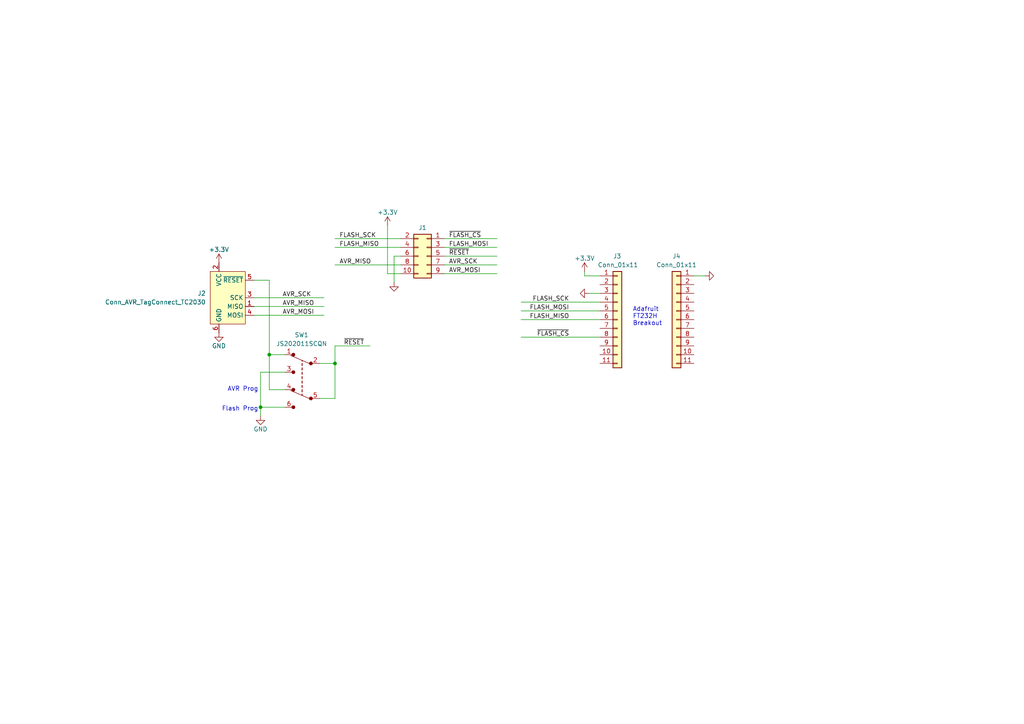
<source format=kicad_sch>
(kicad_sch (version 20211123) (generator eeschema)
  (paper "A4")
  (lib_symbols
    (symbol "Connector_Generic:Conn_01x11" (pin_names (offset 1.016) hide)
      (property "Reference" "J" (at 0 15.24 0))
      (property "Value" "Conn_01x11" (at 0 -15.24 0))
      (symbol "Conn_01x11_1_1"
        (rectangle (start -1.27 -12.573) (end 0 -12.827) (stroke (width 0.1524)))
        (rectangle (start -1.27 -10.033) (end 0 -10.287) (stroke (width 0.1524)))
        (rectangle (start -1.27 -7.493) (end 0 -7.747) (stroke (width 0.1524)))
        (rectangle (start -1.27 -4.953) (end 0 -5.207) (stroke (width 0.1524)))
        (rectangle (start -1.27 -2.413) (end 0 -2.667) (stroke (width 0.1524)))
        (rectangle (start -1.27 0.127) (end 0 -0.127) (stroke (width 0.1524)))
        (rectangle (start -1.27 2.667) (end 0 2.413) (stroke (width 0.1524)))
        (rectangle (start -1.27 5.207) (end 0 4.953) (stroke (width 0.1524)))
        (rectangle (start -1.27 7.747) (end 0 7.493) (stroke (width 0.1524)))
        (rectangle (start -1.27 10.287) (end 0 10.033) (stroke (width 0.1524)))
        (rectangle (start -1.27 12.827) (end 0 12.573) (stroke (width 0.1524)))
        (rectangle (start -1.27 13.97) (end 1.27 -13.97) (stroke (width 0.254)) (fill (type background)))
        (pin passive line (at -5.08 12.7 0) (length 3.81) (name "Pin_1") (number "1"))
        (pin passive line (at -5.08 -10.16 0) (length 3.81) (name "Pin_10") (number "10"))
        (pin passive line (at -5.08 -12.7 0) (length 3.81) (name "Pin_11") (number "11"))
        (pin passive line (at -5.08 10.16 0) (length 3.81) (name "Pin_2") (number "2"))
        (pin passive line (at -5.08 7.62 0) (length 3.81) (name "Pin_3") (number "3"))
        (pin passive line (at -5.08 5.08 0) (length 3.81) (name "Pin_4") (number "4"))
        (pin passive line (at -5.08 2.54 0) (length 3.81) (name "Pin_5") (number "5"))
        (pin passive line (at -5.08 0 0) (length 3.81) (name "Pin_6") (number "6"))
        (pin passive line (at -5.08 -2.54 0) (length 3.81) (name "Pin_7") (number "7"))
        (pin passive line (at -5.08 -5.08 0) (length 3.81) (name "Pin_8") (number "8"))
        (pin passive line (at -5.08 -7.62 0) (length 3.81) (name "Pin_9") (number "9"))
      )
    )
    (symbol "Connector_Generic:Conn_02x05_Odd_Even" (pin_names (offset 1.016) hide)
      (property "Reference" "J" (at 1.27 7.62 0))
      (property "Value" "Conn_02x05_Odd_Even" (at 1.27 -7.62 0))
      (symbol "Conn_02x05_Odd_Even_1_1"
        (rectangle (start -1.27 -4.953) (end 0 -5.207) (stroke (width 0.1524)))
        (rectangle (start -1.27 -2.413) (end 0 -2.667) (stroke (width 0.1524)))
        (rectangle (start -1.27 0.127) (end 0 -0.127) (stroke (width 0.1524)))
        (rectangle (start -1.27 2.667) (end 0 2.413) (stroke (width 0.1524)))
        (rectangle (start -1.27 5.207) (end 0 4.953) (stroke (width 0.1524)))
        (rectangle (start -1.27 6.35) (end 3.81 -6.35) (stroke (width 0.254)) (fill (type background)))
        (rectangle (start 3.81 -4.953) (end 2.54 -5.207) (stroke (width 0.1524)))
        (rectangle (start 3.81 -2.413) (end 2.54 -2.667) (stroke (width 0.1524)))
        (rectangle (start 3.81 0.127) (end 2.54 -0.127) (stroke (width 0.1524)))
        (rectangle (start 3.81 2.667) (end 2.54 2.413) (stroke (width 0.1524)))
        (rectangle (start 3.81 5.207) (end 2.54 4.953) (stroke (width 0.1524)))
        (pin passive line (at -5.08 5.08 0) (length 3.81) (name "Pin_1") (number "1"))
        (pin passive line (at 7.62 -5.08 180) (length 3.81) (name "Pin_10") (number "10"))
        (pin passive line (at 7.62 5.08 180) (length 3.81) (name "Pin_2") (number "2"))
        (pin passive line (at -5.08 2.54 0) (length 3.81) (name "Pin_3") (number "3"))
        (pin passive line (at 7.62 2.54 180) (length 3.81) (name "Pin_4") (number "4"))
        (pin passive line (at -5.08 0 0) (length 3.81) (name "Pin_5") (number "5"))
        (pin passive line (at 7.62 0 180) (length 3.81) (name "Pin_6") (number "6"))
        (pin passive line (at -5.08 -2.54 0) (length 3.81) (name "Pin_7") (number "7"))
        (pin passive line (at 7.62 -2.54 180) (length 3.81) (name "Pin_8") (number "8"))
        (pin passive line (at -5.08 -5.08 0) (length 3.81) (name "Pin_9") (number "9"))
      )
    )
    (symbol "ISE Generic:Conn_AVR_TagConnect_TC2030" (in_bom no)
      (property "Reference" "J" (at 2.54 11.43 0))
      (property "Value" "Conn_AVR_TagConnect_TC2030" (at 5.08 8.89 0))
      (symbol "Conn_AVR_TagConnect_TC2030_0_0"
        (pin output line (at 7.62 -2.54 180) (length 2.54) (name "MISO") (number "1"))
        (pin power_in line (at -2.54 10.16 270) (length 2.54) (name "VCC") (number "2"))
        (pin input line (at 7.62 0 180) (length 2.54) (name "SCK") (number "3"))
        (pin input line (at 7.62 -5.08 180) (length 2.54) (name "MOSI") (number "4"))
        (pin open_collector line (at 7.62 5.08 180) (length 2.54) (name "~{RESET}") (number "5"))
        (pin power_in line (at -2.54 -10.16 90) (length 2.54) (name "GND") (number "6"))
      )
      (symbol "Conn_AVR_TagConnect_TC2030_0_1"
        (rectangle (start -5.08 7.62) (end 5.08 -7.62) (fill (type background)))
      )
    )
    (symbol "dk_Slide-Switches:JS202011SCQN" (pin_names (offset 0))
      (property "Reference" "S" (at -3.81 8.255 0))
      (property "Value" "JS202011SCQN" (at 0 -11.43 0))
      (symbol "JS202011SCQN_0_1"
        (circle (center -2.54 -5.08) (radius 0.4572) (fill (type outline)))
        (circle (center -2.54 5.08) (radius 0.4572) (fill (type outline)))
        (polyline (pts (xy -2.032 -5.08) (xy 3.302 -2.794)))
        (polyline (pts (xy -2.032 5.08) (xy 3.302 7.366)))
        (polyline (pts (xy 0 -3.81) (xy 0 -4.191)) (stroke (width 0.254)))
        (polyline (pts (xy 0 -2.54) (xy 0 -3.175)) (stroke (width 0.254)))
        (polyline (pts (xy 0 -1.27) (xy 0 -1.905)) (stroke (width 0.254)))
        (polyline (pts (xy 0 0) (xy 0 -0.635)) (stroke (width 0.254)))
        (polyline (pts (xy 0 1.27) (xy 0 0.635)) (stroke (width 0.254)))
        (polyline (pts (xy 0 2.54) (xy 0 1.905)) (stroke (width 0.254)))
        (polyline (pts (xy 0 3.81) (xy 0 3.175)) (stroke (width 0.254)))
        (polyline (pts (xy 0 5.08) (xy 0 4.445)) (stroke (width 0.254)))
        (polyline (pts (xy 0 5.969) (xy 0 5.715)) (stroke (width 0.254)))
        (circle (center 2.54 -7.62) (radius 0.4572) (fill (type outline)))
        (circle (center 2.54 -2.54) (radius 0.4572) (fill (type outline)))
        (circle (center 2.54 2.54) (radius 0.4572) (fill (type outline)))
        (circle (center 2.54 7.62) (radius 0.4572) (fill (type outline)))
      )
      (symbol "JS202011SCQN_1_1"
        (pin passive line (at 5.08 7.62 180) (length 2.54) (name "~") (number "1"))
        (pin passive line (at -5.08 5.08 0) (length 2.54) (name "~") (number "2"))
        (pin passive line (at 5.08 2.54 180) (length 2.54) (name "~") (number "3"))
        (pin passive line (at 5.08 -2.54 180) (length 2.54) (name "~") (number "4"))
        (pin passive line (at -5.08 -5.08 0) (length 2.54) (name "~") (number "5"))
        (pin passive line (at 5.08 -7.62 180) (length 2.54) (name "~") (number "6"))
      )
    )
    (symbol "power:+3.3V" (power) (pin_names (offset 0))
      (property "Value" "+3.3V" (at 0 3.556 0))
      (symbol "+3.3V_0_1"
        (polyline (pts (xy -0.762 1.27) (xy 0 2.54)))
        (polyline (pts (xy 0 0) (xy 0 2.54)))
        (polyline (pts (xy 0 2.54) (xy 0.762 1.27)))
      )
      (symbol "+3.3V_1_1"
        (pin power_in line (at 0 0 90) (length 0) hide (name "+3.3V") (number "1"))
      )
    )
    (symbol "power:GND" (power) (pin_names (offset 0))
      (property "Value" "GND" (at 0 -3.81 0))
      (symbol "GND_0_1"
        (polyline (pts (xy 0 0) (xy 0 -1.27) (xy 1.27 -1.27) (xy 0 -2.54) (xy -1.27 -1.27) (xy 0 -1.27)))
      )
      (symbol "GND_1_1"
        (pin power_in line (at 0 0 270) (length 0) hide (name "GND") (number "1"))
      )
    )
  )
  (junction (at 75.565 118.11))
  (junction (at 78.105 102.87))
  (junction (at 97.155 105.41))
  (wire (pts (xy 112.395 65.405) (xy 112.395 79.375)))
  (wire (pts (xy 128.905 71.755) (xy 144.145 71.755)))
  (wire (pts (xy 114.3 81.915) (xy 114.3 74.295)))
  (wire (pts (xy 97.155 105.41) (xy 97.155 115.57)))
  (wire (pts (xy 169.545 78.74) (xy 169.545 80.01)))
  (wire (pts (xy 78.105 102.87) (xy 78.105 113.03)))
  (wire (pts (xy 78.105 102.87) (xy 82.55 102.87)))
  (wire (pts (xy 114.3 74.295) (xy 116.205 74.295)))
  (wire (pts (xy 128.905 74.295) (xy 144.145 74.295)))
  (wire (pts (xy 92.71 105.41) (xy 97.155 105.41)))
  (wire (pts (xy 75.565 107.95) (xy 82.55 107.95)))
  (wire (pts (xy 112.395 79.375) (xy 116.205 79.375)))
  (wire (pts (xy 151.13 87.63) (xy 173.99 87.63)))
  (wire (pts (xy 92.71 115.57) (xy 97.155 115.57)))
  (wire (pts (xy 73.66 91.44) (xy 93.98 91.44)))
  (wire (pts (xy 73.66 81.28) (xy 78.105 81.28)))
  (wire (pts (xy 78.105 113.03) (xy 82.55 113.03)))
  (wire (pts (xy 75.565 118.11) (xy 75.565 107.95)))
  (wire (pts (xy 78.105 81.28) (xy 78.105 102.87)))
  (wire (pts (xy 144.145 76.835) (xy 128.905 76.835)))
  (wire (pts (xy 169.545 80.01) (xy 173.99 80.01)))
  (wire (pts (xy 144.145 79.375) (xy 128.905 79.375)))
  (wire (pts (xy 116.205 69.215) (xy 97.155 69.215)))
  (wire (pts (xy 151.13 97.79) (xy 173.99 97.79)))
  (wire (pts (xy 73.66 86.36) (xy 93.98 86.36)))
  (wire (pts (xy 97.155 100.33) (xy 107.315 100.33)))
  (wire (pts (xy 151.13 90.17) (xy 173.99 90.17)))
  (wire (pts (xy 128.905 69.215) (xy 144.145 69.215)))
  (wire (pts (xy 75.565 120.65) (xy 75.565 118.11)))
  (wire (pts (xy 75.565 118.11) (xy 82.55 118.11)))
  (wire (pts (xy 170.815 85.09) (xy 173.99 85.09)))
  (wire (pts (xy 116.205 71.755) (xy 97.155 71.755)))
  (wire (pts (xy 73.66 88.9) (xy 93.98 88.9)))
  (wire (pts (xy 97.155 100.33) (xy 97.155 105.41)))
  (wire (pts (xy 204.47 80.01) (xy 201.295 80.01)))
  (wire (pts (xy 97.155 76.835) (xy 116.205 76.835)))
  (wire (pts (xy 151.13 92.71) (xy 173.99 92.71)))
  (text "AVR Prog" (at 74.93 113.665 180) (effects (font (size 1.27 1.27)) (justify right bottom)))
  (text "Flash Prog" (at 74.93 119.38 180) (effects (font (size 1.27 1.27)) (justify right bottom)))
  (text "Adafruit\nFT232H\nBreakout" (at 183.515 94.615 0) (effects (font (size 1.27 1.27)) (justify left bottom)))
  (label "AVR_MOSI" (at 130.175 79.375 0))
  (label "FLASH_MOSI" (at 165.1 90.17 180))
  (label "FLASH_MISO" (at 98.425 71.755 0))
  (label "AVR_SCK" (at 81.915 86.36 0))
  (label "AVR_MISO" (at 98.425 76.835 0))
  (label "AVR_MOSI" (at 81.915 91.44 0))
  (label "~{FLASH_CS}" (at 130.175 69.215 0))
  (label "FLASH_MISO" (at 165.1 92.71 180))
  (label "FLASH_MOSI" (at 130.175 71.755 0))
  (label "AVR_MISO" (at 81.915 88.9 0))
  (label "~{RESET}" (at 130.175 74.295 0))
  (label "FLASH_SCK" (at 98.425 69.215 0))
  (label "AVR_SCK" (at 130.175 76.835 0))
  (label "~{FLASH_CS}" (at 165.1 97.79 180))
  (label "FLASH_SCK" (at 165.1 87.63 180))
  (label "~{RESET}" (at 99.695 100.33 0))
  (symbol (lib_id "power:GND") (at 63.5 96.52 0) (unit 1)
    (property "Reference" "#PWR0104" (effects hide))
    (property "Value" "GND" (at 63.5 100.33 0))
  )
  (symbol (lib_id "Connector_Generic:Conn_01x11") (at 196.215 92.71 0) (mirror y) (unit 1)
    (property "Reference" "J4" (at 196.215 74.295 0))
    (property "Value" "Conn_01x11" (at 196.215 76.835 0))
    (property "Footprint" "Connector_PinHeader_2.54mm:PinHeader_1x11_P2.54mm_Vertical" (effects hide))
  )
  (symbol (lib_id "dk_Slide-Switches:JS202011SCQN") (at 87.63 110.49 0) (mirror y) (unit 1)
    (property "Reference" "SW1" (at 87.4776 97.155 0))
    (property "Value" "JS202011SCQN" (at 87.4776 99.695 0))
    (property "Footprint" "digikey-footprints:Switch_Slide_JS202011SCQN" (effects hide))
    (property "Datasheet" "https://www.ckswitches.com/media/1422/js.pdf" (effects hide))
    (property "Digi-Key_PN" "401-2002-1-ND" (effects hide))
    (property "MPN" "JS202011SCQN" (effects hide))
    (property "Category" "Switches" (effects hide))
    (property "Family" "Slide Switches" (effects hide))
    (property "DK_Datasheet_Link" "https://www.ckswitches.com/media/1422/js.pdf" (effects hide))
    (property "DK_Detail_Page" "/product-detail/en/c-k/JS202011SCQN/401-2002-1-ND/1640098" (effects hide))
    (property "Description" "SWITCH SLIDE DPDT 300MA 6V" (effects hide))
    (property "Manufacturer" "C&K" (effects hide))
    (property "Status" "Active" (effects hide))
  )
  (symbol (lib_id "Connector_Generic:Conn_02x05_Odd_Even") (at 123.825 74.295 0) (mirror y) (unit 1)
    (property "Reference" "J1" (at 122.555 66.04 0))
    (property "Value" "Conn_02x05_Counter_Clockwise" (effects hide))
    (property "Footprint" "Connector_PinHeader_2.54mm:PinHeader_2x05_P2.54mm_Vertical" (effects hide))
  )
  (symbol (lib_id "power:+3.3V") (at 169.545 78.74 0) (unit 1)
    (property "Reference" "#PWR0106" (effects hide))
    (property "Value" "+3.3V" (at 169.545 74.93 0))
  )
  (symbol (lib_id "Connector_Generic:Conn_01x11") (at 179.07 92.71 0) (unit 1)
    (property "Reference" "J3" (at 177.8 74.295 0) (effects (justify left)))
    (property "Value" "Conn_01x11" (at 173.355 76.835 0) (effects (justify left)))
    (property "Footprint" "Connector_PinHeader_2.54mm:PinHeader_1x11_P2.54mm_Vertical" (effects hide))
  )
  (symbol (lib_id "power:GND") (at 75.565 120.65 0) (mirror y) (unit 1)
    (property "Reference" "#PWR0101" (effects hide))
    (property "Value" "GND" (at 75.565 124.46 0))
  )
  (symbol (lib_id "ISE Generic:Conn_AVR_TagConnect_TC2030") (at 66.04 86.36 0) (unit 1) (in_bom no)
    (property "Reference" "J2" (at 59.69 85.0899 0) (effects (justify right)))
    (property "Value" "Conn_AVR_TagConnect_TC2030" (at 59.69 87.6299 0) (effects (justify right)))
    (property "Footprint" "Connector_PinHeader_2.54mm:PinHeader_2x03_P2.54mm_Vertical" (effects hide))
    (property "Datasheet" "https://www.tag-connect.com/wp-content/uploads/bsk-pdf-manager/TC2030-CTX_1.pdf" (effects hide))
  )
  (symbol (lib_id "power:+3.3V") (at 63.5 76.2 0) (unit 1)
    (property "Reference" "#PWR0105" (effects hide))
    (property "Value" "+3.3V" (at 63.5 72.39 0))
  )
  (symbol (lib_id "power:GND") (at 170.815 85.09 270) (unit 1)
    (property "Reference" "#PWR0107" (effects hide))
    (property "Value" "GND" (effects hide))
  )
  (symbol (lib_id "power:GND") (at 114.3 81.915 0) (unit 1)
    (property "Reference" "#PWR0102" (effects hide))
    (property "Value" "GND" (effects hide))
  )
  (symbol (lib_id "power:GND") (at 204.47 80.01 90) (mirror x) (unit 1)
    (property "Reference" "#PWR0108" (effects hide))
    (property "Value" "GND" (effects hide))
  )
  (symbol (lib_id "power:+3.3V") (at 112.395 65.405 0) (unit 1)
    (property "Reference" "#PWR0103" (effects hide))
    (property "Value" "+3.3V" (at 112.395 61.595 0))
  )
)
</source>
